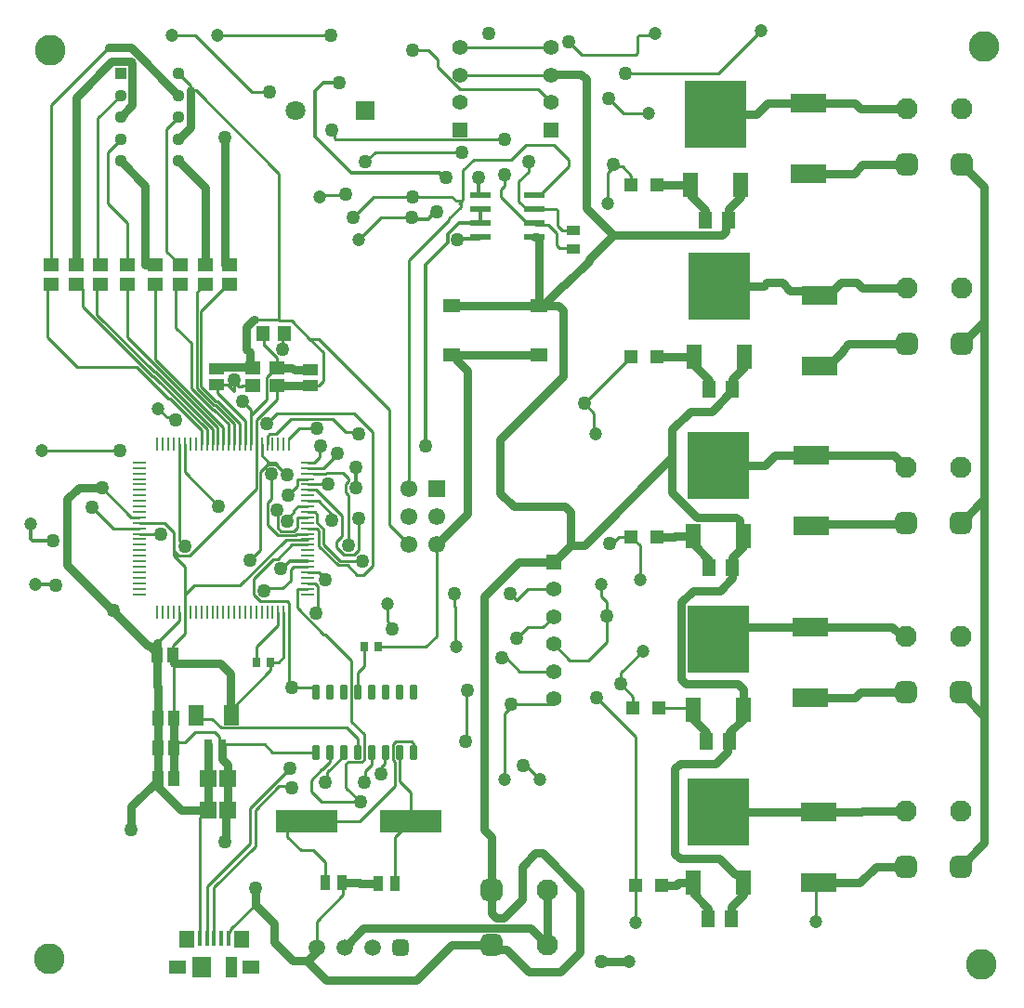
<source format=gbr>
G04*
G04 #@! TF.GenerationSoftware,Altium Limited,Altium Designer,24.6.1 (21)*
G04*
G04 Layer_Physical_Order=1*
G04 Layer_Color=255*
%FSLAX25Y25*%
%MOIN*%
G70*
G04*
G04 #@! TF.SameCoordinates,02B8DA6F-49FF-4BAE-8194-33363A00AC8D*
G04*
G04*
G04 #@! TF.FilePolarity,Positive*
G04*
G01*
G75*
%ADD15C,0.01000*%
%ADD16R,0.05500X0.09000*%
%ADD17R,0.22400X0.24300*%
%ADD18R,0.05315X0.07480*%
%ADD19R,0.04528X0.04528*%
%ADD20O,0.05118X0.00984*%
%ADD21O,0.00984X0.05118*%
%ADD22R,0.05151X0.03175*%
%ADD23R,0.07795X0.02087*%
%ADD24R,0.22047X0.08268*%
%ADD25R,0.03740X0.05315*%
%ADD26R,0.06496X0.05118*%
%ADD27R,0.07087X0.07480*%
%ADD28R,0.03937X0.07480*%
%ADD29R,0.05610X0.06102*%
%ADD30R,0.01772X0.05433*%
%ADD31R,0.05906X0.06102*%
%ADD32R,0.04152X0.05339*%
%ADD33R,0.02953X0.03543*%
G04:AMPARAMS|DCode=34|XSize=51.58mil|YSize=24.41mil|CornerRadius=3.05mil|HoleSize=0mil|Usage=FLASHONLY|Rotation=90.000|XOffset=0mil|YOffset=0mil|HoleType=Round|Shape=RoundedRectangle|*
%AMROUNDEDRECTD34*
21,1,0.05158,0.01831,0,0,90.0*
21,1,0.04547,0.02441,0,0,90.0*
1,1,0.00610,0.00915,0.02274*
1,1,0.00610,0.00915,-0.02274*
1,1,0.00610,-0.00915,-0.02274*
1,1,0.00610,-0.00915,0.02274*
%
%ADD34ROUNDEDRECTD34*%
%ADD35R,0.06102X0.05118*%
%ADD36R,0.05512X0.04724*%
%ADD37R,0.04724X0.05709*%
%ADD38R,0.05339X0.04152*%
%ADD39R,0.05709X0.04528*%
%ADD40R,0.04750X0.05938*%
%ADD41R,0.12598X0.06772*%
%ADD56C,0.05512*%
%ADD57R,0.05512X0.05512*%
%ADD61R,0.06102X0.06102*%
%ADD62C,0.06102*%
%ADD67C,0.04724*%
%ADD68C,0.01181*%
%ADD69C,0.03000*%
G04:AMPARAMS|DCode=70|XSize=76.77mil|YSize=76.77mil|CornerRadius=19.19mil|HoleSize=0mil|Usage=FLASHONLY|Rotation=90.000|XOffset=0mil|YOffset=0mil|HoleType=Round|Shape=RoundedRectangle|*
%AMROUNDEDRECTD70*
21,1,0.07677,0.03839,0,0,90.0*
21,1,0.03839,0.07677,0,0,90.0*
1,1,0.03839,0.01919,0.01919*
1,1,0.03839,0.01919,-0.01919*
1,1,0.03839,-0.01919,-0.01919*
1,1,0.03839,-0.01919,0.01919*
%
%ADD70ROUNDEDRECTD70*%
%ADD71C,0.07677*%
%ADD72R,0.07087X0.07087*%
%ADD73C,0.07087*%
%ADD74C,0.11000*%
%ADD75C,0.04370*%
%ADD76R,0.04370X0.04370*%
G04:AMPARAMS|DCode=77|XSize=76.77mil|YSize=76.77mil|CornerRadius=19.19mil|HoleSize=0mil|Usage=FLASHONLY|Rotation=0.000|XOffset=0mil|YOffset=0mil|HoleType=Round|Shape=RoundedRectangle|*
%AMROUNDEDRECTD77*
21,1,0.07677,0.03839,0,0,0.0*
21,1,0.03839,0.07677,0,0,0.0*
1,1,0.03839,0.01919,-0.01919*
1,1,0.03839,-0.01919,-0.01919*
1,1,0.03839,-0.01919,0.01919*
1,1,0.03839,0.01919,0.01919*
%
%ADD77ROUNDEDRECTD77*%
%ADD78C,0.05906*%
G04:AMPARAMS|DCode=79|XSize=59.06mil|YSize=59.06mil|CornerRadius=14.76mil|HoleSize=0mil|Usage=FLASHONLY|Rotation=0.000|XOffset=0mil|YOffset=0mil|HoleType=Round|Shape=RoundedRectangle|*
%AMROUNDEDRECTD79*
21,1,0.05906,0.02953,0,0,0.0*
21,1,0.02953,0.05906,0,0,0.0*
1,1,0.02953,0.01476,-0.01476*
1,1,0.02953,-0.01476,-0.01476*
1,1,0.02953,-0.01476,0.01476*
1,1,0.02953,0.01476,0.01476*
%
%ADD79ROUNDEDRECTD79*%
%ADD80C,0.05000*%
D15*
X485000Y386000D02*
X499000D01*
X471000D02*
X485000D01*
X501555Y383445D02*
X503000Y384891D01*
X498000Y377672D02*
Y378082D01*
X502109Y382191D01*
Y383891D01*
X483441Y363113D02*
X498000Y377672D01*
X483441Y281201D02*
Y363113D01*
X501555Y384445D02*
X502109Y383891D01*
X503000Y384891D02*
Y395500D01*
X499000Y386000D02*
X500555Y384445D01*
X501555D01*
X485000Y438500D02*
X490500D01*
X493765Y435235D01*
Y432581D02*
Y435235D01*
Y432581D02*
X501956Y424390D01*
X463500Y378500D02*
X471000Y386000D01*
X529925Y424390D02*
X534500Y419815D01*
X501956Y424390D02*
X529925D01*
X545500Y437000D02*
X565048D01*
X565634Y437586D02*
Y443414D01*
X565048Y437000D02*
X565634Y437586D01*
X502000Y439500D02*
X534500D01*
X533680Y429658D02*
X534500D01*
X502000D02*
X533680D01*
X520244Y399355D02*
X525605Y404716D01*
X535502D01*
X506855Y399355D02*
X520244D01*
X440622Y236882D02*
Y240378D01*
Y210878D02*
Y236882D01*
X540888Y396845D02*
Y399330D01*
X535502Y404716D02*
X540888Y399330D01*
X531559Y387516D02*
X540888Y396845D01*
X561100Y430200D02*
X594700D01*
X610048Y445548D01*
X519874Y243500D02*
X522274Y241100D01*
X500000Y239000D02*
Y243500D01*
X522274Y241100D02*
X526359Y245185D01*
X554500Y235500D02*
Y240670D01*
Y226100D02*
Y235500D01*
X535500Y225500D02*
X541374Y219626D01*
X531658Y231500D02*
X535500Y235343D01*
X526359Y245185D02*
X535500D01*
X526200Y231500D02*
X531658D01*
X522200Y227500D02*
X526200Y231500D01*
X523343Y215657D02*
X536499D01*
X518400Y220600D02*
X523343Y215657D01*
X415000Y444000D02*
X455500D01*
X528705Y381500D02*
X536414D01*
X525850D02*
X528705D01*
X438275Y331225D02*
Y336275D01*
X439000Y337000D01*
X406811Y444000D02*
X427311Y423500D01*
X398500Y444000D02*
X406811D01*
X427311Y423500D02*
X433500D01*
X468000Y398500D02*
X471500Y402000D01*
X502500D01*
X456000Y410000D02*
X456765Y409235D01*
X557000Y396418D02*
Y397500D01*
X555000Y383500D02*
Y394418D01*
X557000Y396418D01*
Y397500D02*
X557765Y396735D01*
X560239D01*
X563374Y390150D02*
Y393600D01*
X560239Y396735D02*
X563374Y393600D01*
X541000Y441500D02*
X545500Y437000D01*
X565634Y443414D02*
X566220Y444000D01*
X571500D01*
X572000Y444500D01*
X452000Y386500D02*
X460500D01*
X451500Y386000D02*
X452000Y386500D01*
X460500D02*
X461000Y387000D01*
X629500Y126000D02*
Y138882D01*
X630500Y139882D01*
X629414Y126086D02*
X629500Y126000D01*
X563374Y264000D02*
X566500Y260874D01*
Y248500D02*
Y260874D01*
X564874Y139000D02*
X565000Y138874D01*
Y125500D02*
Y138874D01*
X559700Y211500D02*
Y215200D01*
X567500Y223000D01*
X559400Y211200D02*
X559700Y211500D01*
X555382Y421100D02*
X560482Y416000D01*
X569500D01*
X550000Y301500D02*
Y308324D01*
X546524Y311800D02*
X550000Y308324D01*
Y301500D02*
X550500Y301000D01*
X476000Y233582D02*
Y240000D01*
X477500Y231000D02*
Y232082D01*
X476000Y233582D02*
X477500Y232082D01*
X500250Y224750D02*
X500500Y224500D01*
X500250Y224750D02*
Y238750D01*
X500000Y239000D02*
X500250Y238750D01*
X552500Y242670D02*
X554500Y240670D01*
X548026Y219626D02*
X554500Y226100D01*
X552500Y242670D02*
Y247000D01*
X504250Y190750D02*
Y208750D01*
X504000Y190500D02*
X504250Y190750D01*
Y208750D02*
X504500Y209000D01*
X524500Y182000D02*
X525500D01*
X530500Y177000D01*
X518000D02*
Y200521D01*
X520300Y202821D01*
Y203878D01*
X542500Y374000D02*
X543000Y374500D01*
X473500Y378500D02*
X484500D01*
X465500Y370500D02*
X473500Y378500D01*
X426843Y307510D02*
Y309657D01*
Y297118D02*
Y307510D01*
X424000Y312500D02*
X426843Y309657D01*
X414500Y318643D02*
X414848Y318295D01*
Y315652D02*
X424874Y305626D01*
Y297118D02*
Y305626D01*
X414848Y315652D02*
Y318295D01*
X414500Y318643D02*
X418689D01*
X414961Y312660D02*
X422906Y304716D01*
X414340Y311160D02*
X420937Y304563D01*
X418969Y297118D02*
Y304410D01*
X409000Y317983D02*
X414323Y312660D01*
X409000Y317983D02*
Y344835D01*
X407500Y317361D02*
Y351791D01*
X414323Y312660D02*
X414961D01*
X413719Y309660D02*
X418969Y304410D01*
X407500Y317361D02*
X413701Y311160D01*
X414340D01*
X420937Y297118D02*
Y304563D01*
X422906Y297118D02*
Y304716D01*
X426843Y307510D02*
X432500Y313167D01*
X405500Y317240D02*
Y333427D01*
Y317240D02*
X413080Y309660D01*
X413719D01*
X403220Y287080D02*
X415375Y274925D01*
X352000Y295000D02*
X380000D01*
X394508Y308992D02*
Y310000D01*
Y308992D02*
X396735Y306765D01*
X399235D02*
X400000Y306000D01*
X396735Y306765D02*
X399235D01*
X393500Y310000D02*
X394508D01*
X413063Y297118D02*
Y302680D01*
X411094Y297118D02*
Y302527D01*
X409126Y297118D02*
Y302374D01*
X386000Y325000D02*
X397313Y313687D01*
X397813D01*
X409126Y302374D01*
X391989Y321633D02*
X411094Y302527D01*
X391489Y321633D02*
X391989D01*
X366480Y346641D02*
X391489Y321633D01*
X371657Y343585D02*
X392110Y323133D01*
X392610D01*
X413063Y302680D01*
X418689Y318643D02*
X421000Y316331D01*
X382567Y335554D02*
X415032Y303090D01*
X392689Y327554D02*
X417000Y303243D01*
X447118Y267000D02*
X450400D01*
X467200Y250200D02*
X470400Y253400D01*
X451586Y292486D02*
Y296068D01*
X450043Y247307D02*
X451000Y246350D01*
X447118Y247315D02*
X447126Y247307D01*
X447118Y280780D02*
X450220D01*
X436400Y267200D02*
X437545Y266055D01*
X436400Y267200D02*
Y273615D01*
X436301Y273714D02*
X436400Y273615D01*
X373437Y281500D02*
X383992Y270945D01*
X442360Y273460D02*
X443774Y274874D01*
X439900Y269555D02*
Y270293D01*
X401244Y233744D02*
Y236874D01*
X393285Y225785D02*
X401244Y233744D01*
X438220Y245500D02*
X441088Y248368D01*
X433582Y245500D02*
X438220D01*
X431525Y244525D02*
X432608D01*
X453658Y248642D02*
Y248771D01*
X447118Y251252D02*
X451177D01*
X453658Y248771D01*
X432801Y268333D02*
X436579Y264555D01*
X442907D02*
X443384Y265032D01*
X364500Y325000D02*
X386000D01*
X433961Y219000D02*
X436854D01*
X408083Y352374D02*
Y352791D01*
X443500Y245346D02*
X447118D01*
X409846Y354555D02*
X410437D01*
X443500Y238479D02*
Y245346D01*
X447118Y282748D02*
X447126Y282756D01*
X403220Y229100D02*
Y236882D01*
X461000Y282950D02*
X462000Y283950D01*
Y284800D01*
X453876Y286748D02*
X460052D01*
X443500Y282300D02*
Y284717D01*
X462000Y261000D02*
Y279050D01*
X440200Y279000D02*
X443500Y282300D01*
X459000Y255300D02*
X466900D01*
X452978Y261322D02*
X459000Y255300D01*
X450700Y269000D02*
Y272000D01*
X440622Y210878D02*
X441500Y210000D01*
X435937Y324650D02*
X436331D01*
X432500Y313167D02*
Y321212D01*
X354000Y335500D02*
X364500Y325000D01*
X449794Y272906D02*
X450700Y272000D01*
X386882Y265032D02*
X394435D01*
X461455Y253800D02*
X465055Y250200D01*
X450700Y269000D02*
X452978Y266722D01*
X438654Y220800D02*
Y236882D01*
X432400Y304400D02*
X436258Y308258D01*
X436331Y313331D02*
Y318350D01*
X458200Y253800D02*
X461455D01*
X436854Y219000D02*
X438654Y220800D01*
X464000Y257500D02*
X465700Y259200D01*
X403220Y243200D02*
X406420Y246400D01*
X457600Y260271D02*
X460371Y257500D01*
X386882Y268969D02*
X395931D01*
X366480Y346641D02*
Y352791D01*
X443384Y265032D02*
X447118D01*
X459400Y264124D02*
Y271600D01*
X371657Y343585D02*
Y353212D01*
X439555Y263055D02*
X447110D01*
X401252Y262448D02*
Y297118D01*
X436579Y264555D02*
X442907D01*
X400000Y352992D02*
X401563Y354555D01*
X465700Y259200D02*
Y270400D01*
X453460Y229040D02*
X462900Y219600D01*
X422900Y246400D02*
X439555Y263055D01*
X432801Y276076D02*
X434300Y277575D01*
X364126Y354555D02*
X364717D01*
X449722Y290622D02*
X451586Y292486D01*
X408083Y352791D02*
X409846Y354555D01*
X450400Y267000D02*
X451300Y266100D01*
X407500Y351791D02*
X408083Y352374D01*
X443400Y270937D02*
X447118D01*
X443400Y267169D02*
Y270937D01*
X442286Y266055D02*
X443400Y267169D01*
X453813Y286685D02*
X453876Y286748D01*
X437545Y266055D02*
X442286D01*
X399200Y258898D02*
Y265700D01*
X383992Y270945D02*
X386874D01*
X400000Y338927D02*
X405500Y333427D01*
X451586Y296068D02*
X452004Y296486D01*
X364717Y354555D02*
X366480Y352791D01*
X451057Y276843D02*
X455900Y272000D01*
X399000Y221500D02*
Y224880D01*
X404800Y257100D02*
X428811Y281111D01*
X465055Y250200D02*
X467200D01*
X447118Y290622D02*
X449722D01*
X463842Y308258D02*
X470400Y301700D01*
X400998Y257100D02*
X404800D01*
X418720Y354555D02*
X419311D01*
X447126Y247307D02*
X450043D01*
X428811Y305811D02*
X436331Y313331D01*
X447126Y282756D02*
X454256D01*
X447118Y272906D02*
X449794D01*
X409000Y344835D02*
X418720Y354555D01*
X428811Y297118D02*
Y305811D01*
X461000Y280050D02*
Y282950D01*
Y280050D02*
X462000Y279050D01*
X395931Y268969D02*
X399200Y265700D01*
X436685Y232185D02*
Y236882D01*
X460371Y257500D02*
X464000D01*
X452978Y261322D02*
Y266722D01*
X432801Y268333D02*
Y276076D01*
X433344Y290656D02*
X435644D01*
X457600Y262324D02*
X459400Y264124D01*
X401244Y236874D02*
X401252Y236882D01*
X415032Y297118D02*
Y303090D01*
X442360Y272752D02*
Y273460D01*
X377500Y267000D02*
X386882D01*
X430780Y293220D02*
Y297118D01*
X443774Y274874D02*
X447118D01*
X442144Y253220D02*
X447118D01*
X451300Y260700D02*
X458200Y253800D01*
X392689Y327554D02*
Y354555D01*
X354000Y335500D02*
Y353303D01*
X430780Y293220D02*
X433344Y290656D01*
X450220Y280780D02*
X459400Y271600D01*
X439900Y270293D02*
X442360Y272752D01*
X452940Y229040D02*
X453460D01*
X441088Y248368D02*
Y252165D01*
X456254Y306258D02*
X461000Y301512D01*
X429039Y219000D02*
Y224539D01*
X447118Y288654D02*
X452954D01*
X428811Y281111D02*
Y297118D01*
X447110Y261087D02*
X447118Y261094D01*
X417000Y297118D02*
Y303243D01*
X458000Y293700D02*
Y294050D01*
X406420Y246400D02*
X422900D01*
X399000Y224880D02*
X403220Y229100D01*
X461000Y301512D02*
X464988D01*
X432500Y321212D02*
X435937Y324650D01*
X401252Y262448D02*
X403100Y260600D01*
X444210Y302758D02*
X450500D01*
X457600Y260271D02*
Y262324D01*
X371657Y353212D02*
X373000Y354555D01*
X432608Y244525D02*
X433582Y245500D01*
X433596Y300848D02*
X435811D01*
X386874Y270945D02*
X386882Y270937D01*
X439975Y241025D02*
X440622Y240378D01*
X443500Y284717D02*
X447118D01*
X460052Y286748D02*
X462000Y284800D01*
X428025Y249025D02*
X435000Y256000D01*
X434300Y277575D02*
Y286400D01*
X435000Y256000D02*
X436500D01*
X441088Y252165D02*
X442144Y253220D01*
X429039Y224539D02*
X436685Y232185D01*
X435644Y290656D02*
X436075Y290225D01*
X436258Y308258D02*
X463842D01*
X436500Y256000D02*
X441586Y261087D01*
X452954Y288654D02*
X458000Y293700D01*
X449177Y286685D02*
X453813D01*
X399200Y258898D02*
X400998Y257100D01*
X428025Y243075D02*
X430075Y241025D01*
X432748Y300000D02*
X433596Y300848D01*
X464988Y301512D02*
X465500Y301000D01*
X382567Y335554D02*
Y354555D01*
X451300Y260700D02*
Y266100D01*
X441586Y261087D02*
X447110D01*
X370000Y274500D02*
X377500Y267000D01*
X432748Y297118D02*
Y300000D01*
X447118Y276843D02*
X451057D01*
X430075Y241025D02*
X439975D01*
X447110Y263055D02*
X447118Y263063D01*
X443500Y238479D02*
X452940Y229040D01*
X354000Y353303D02*
X355252Y354555D01*
X440630Y299177D02*
X444210Y302758D01*
X455900Y269900D02*
Y272000D01*
X400000Y338927D02*
Y352992D01*
X428025Y243075D02*
Y249025D01*
X454256Y282756D02*
X454500Y283000D01*
X435811Y300848D02*
X441221Y306258D01*
X456254D01*
X470400Y253400D02*
Y301700D01*
X403220Y236882D02*
Y243200D01*
Y287080D02*
Y297118D01*
X476390Y268252D02*
Y309712D01*
X448000Y334902D02*
X452800Y330102D01*
Y319723D02*
Y330102D01*
X451200Y318123D02*
X452800Y319723D01*
X448059Y318123D02*
X451200D01*
Y334902D02*
X476390Y309712D01*
X448000Y334902D02*
X451200D01*
X441402Y341500D02*
X448000Y334902D01*
X436980Y341500D02*
X441402D01*
X476390Y268252D02*
X483441Y261201D01*
X423850Y318350D02*
X427669D01*
X423414Y317914D02*
X423850Y318350D01*
X422586Y317914D02*
X423414D01*
X421000Y319500D02*
X422586Y317914D01*
X403220Y243200D02*
Y253080D01*
X451000Y237200D02*
Y246350D01*
X493441Y228341D02*
Y261201D01*
X431980Y332547D02*
X436331Y328196D01*
X431487Y332547D02*
X431980D01*
X431487D02*
Y336639D01*
X426500Y255500D02*
X430311Y259311D01*
X421000Y316331D02*
Y319500D01*
Y320357D01*
X436980Y341500D02*
Y394201D01*
X431126Y337000D02*
X431487Y336639D01*
X436331Y324650D02*
Y328196D01*
X428171Y341916D02*
X436980D01*
X439469Y286181D02*
X439900D01*
X435750Y289900D02*
X439469Y286181D01*
X503000Y395500D02*
X506855Y399355D01*
X516500Y388634D02*
X517866Y390000D01*
X516500Y385850D02*
Y388634D01*
X517866Y393866D02*
X518000Y394000D01*
X517866Y390000D02*
Y393866D01*
X531559Y387413D02*
Y387516D01*
X530646Y386500D02*
X531559Y387413D01*
X528705Y386500D02*
X530646D01*
X526500Y395000D02*
Y398500D01*
X523000Y384350D02*
X525850Y381500D01*
X523000Y391500D02*
X526500Y395000D01*
X523000Y384350D02*
Y391500D01*
X457086Y406500D02*
X518000D01*
X525850Y376500D02*
X528705D01*
X516500Y385850D02*
X525850Y376500D01*
X456765Y406820D02*
Y409235D01*
Y406820D02*
X457086Y406500D01*
X399200Y257100D02*
Y258898D01*
Y257100D02*
X403220Y253080D01*
X450364Y236564D02*
X451000Y237200D01*
X536500Y368500D02*
Y373000D01*
X528705Y376500D02*
X529248Y375957D01*
X536500Y368500D02*
X537500Y367500D01*
X529248Y375957D02*
X533543D01*
X537500Y367500D02*
X542300D01*
X533543Y375957D02*
X536500Y373000D01*
X536414Y381500D02*
X537000Y380914D01*
Y375500D02*
Y380914D01*
Y375500D02*
X538500Y374000D01*
X542300Y367500D02*
X542500Y367300D01*
X538500Y374000D02*
X542500D01*
X355300Y361445D02*
Y418800D01*
X375900Y439400D01*
X473500Y179000D02*
Y181082D01*
X475012Y182595D01*
Y186508D02*
X475177Y186673D01*
X475012Y182595D02*
Y186508D01*
X466000Y162000D02*
X478500Y174500D01*
X480177Y176324D02*
Y186673D01*
Y176324D02*
X484201Y172300D01*
X477957Y183859D02*
X478500Y183316D01*
X477957Y183859D02*
Y189487D01*
X478500Y174500D02*
Y183316D01*
X478869Y190400D02*
X484410D01*
X441500Y210000D02*
X449457D01*
X450177Y208327D02*
Y209279D01*
X449457Y210000D02*
X450177Y209279D01*
X430311Y259311D02*
Y287361D01*
X432850Y289900D01*
X435750D01*
X428500Y166000D02*
X437000Y174500D01*
X441000D01*
X441500Y174000D01*
X426500Y166500D02*
X441000Y181000D01*
X428500Y153000D02*
Y166000D01*
X434627Y186673D02*
X450177D01*
X431800Y189500D02*
X434627Y186673D01*
X452275Y168725D02*
X466225D01*
X448500Y172500D02*
X452275Y168725D01*
X448500Y172500D02*
Y176657D01*
X452260Y180417D01*
X452417D01*
X455177Y183177D01*
Y186673D01*
X461728Y183095D02*
X466633D01*
X461047Y182414D02*
X461728Y183095D01*
X454265Y176765D02*
Y179403D01*
X453500Y176000D02*
X454265Y176765D01*
Y179403D02*
X460177Y185315D01*
X459405Y140000D02*
X460000Y139405D01*
Y135500D02*
Y139405D01*
X450500Y126000D02*
X460000Y135500D01*
X450500Y116681D02*
Y126000D01*
X401500Y361445D02*
X401563D01*
X396700Y366245D02*
X401500Y361445D01*
X477957Y189487D02*
X478869Y190400D01*
X468000Y176500D02*
Y180000D01*
X470177Y182177D01*
Y186673D01*
X411413Y165902D02*
Y166000D01*
X408594Y163083D02*
X411413Y165902D01*
X419500Y200000D02*
Y201700D01*
X407689Y198700D02*
Y200000D01*
X412900Y198700D02*
X416200Y195400D01*
X407689Y198700D02*
X412900D01*
X415624Y190297D02*
Y192072D01*
X413809Y193887D02*
X415624Y192072D01*
Y190297D02*
X416421Y189500D01*
X399283Y199000D02*
Y210017D01*
X460177Y185315D02*
Y186673D01*
X416421Y189500D02*
X431800D01*
X416200Y195400D02*
X461377D01*
X403374Y190374D02*
X406887Y193887D01*
X413809D01*
X444800Y151400D02*
X449300D01*
X446799Y162000D02*
X466000D01*
X439900Y156300D02*
Y162000D01*
X446799D01*
X439900Y156300D02*
X444800Y151400D01*
X426500Y154000D02*
Y166500D01*
X461377Y195400D02*
X465177Y191600D01*
Y186673D02*
Y191600D01*
X462900Y197600D02*
X467400Y193100D01*
Y183861D02*
Y193100D01*
X466633Y183095D02*
X467400Y183861D01*
X399283Y188205D02*
Y188798D01*
X400859Y190374D01*
X403374D01*
X461047Y173902D02*
Y182414D01*
Y173902D02*
X466225Y168725D01*
X467500Y176000D02*
X468000Y176500D01*
X396700Y410267D02*
X400933Y414500D01*
X405200Y424100D02*
X407081D01*
X400933Y430248D02*
X405200Y425981D01*
Y424100D02*
Y425981D01*
X556664Y261718D02*
X558946Y264000D01*
X555582Y261718D02*
X556664D01*
X550900Y206100D02*
X564874Y192126D01*
X520300Y203878D02*
X536000D01*
X541374Y219626D02*
X548026D01*
X516800Y220600D02*
X518400D01*
X478453Y139500D02*
Y156252D01*
X449300Y151400D02*
X453500Y147200D01*
Y140000D02*
Y147200D01*
X465177Y215200D02*
X467579Y217602D01*
X465177Y208327D02*
Y215200D01*
X478453Y156252D02*
X484201Y162000D01*
X485177Y186673D02*
Y189633D01*
X484410Y190400D02*
X485177Y189633D01*
X484201Y162000D02*
Y172300D01*
X489600Y224500D02*
X493441Y228341D01*
X462900Y197600D02*
Y219600D01*
X467579Y217602D02*
Y224500D01*
X472500D02*
X489600D01*
X433961Y216161D02*
Y219000D01*
X419500Y201700D02*
X433961Y216161D01*
X399000Y221500D02*
X399077Y218400D01*
X399283Y210017D01*
X418831Y119972D02*
Y121803D01*
X411154Y138654D02*
X426500Y154000D01*
X413713Y119972D02*
Y138213D01*
X428500Y153000D01*
X411154Y119972D02*
Y138654D01*
X408594Y119972D02*
Y163083D01*
X419701Y122673D02*
Y123103D01*
X418831Y121803D02*
X419701Y122673D01*
Y123103D02*
X428500Y131902D01*
X371900Y361445D02*
X373000D01*
X375400Y401959D02*
X380067Y406626D01*
X375400Y383600D02*
Y401959D01*
X371900Y361445D02*
Y414207D01*
X375400Y383600D02*
X382567Y376433D01*
X371900Y414207D02*
X380067Y422374D01*
X407081Y424100D02*
X436980Y394201D01*
X382567Y361445D02*
Y376433D01*
X546524Y311800D02*
X563374Y328650D01*
X396700Y366245D02*
Y410267D01*
X558946Y264000D02*
X563374D01*
X573252Y202500D02*
X585500D01*
X559400Y211200D02*
X564000Y206600D01*
Y202500D02*
Y206600D01*
X564874Y139000D02*
Y192126D01*
X585500Y202008D02*
Y202500D01*
D16*
X603500Y202008D02*
D03*
X585500D02*
D03*
Y139768D02*
D03*
X603500D02*
D03*
X585500Y264150D02*
D03*
X603500D02*
D03*
X586037Y328650D02*
D03*
X604037D02*
D03*
X584537Y390150D02*
D03*
X602537D02*
D03*
D17*
X594500Y227358D02*
D03*
Y165118D02*
D03*
Y289500D02*
D03*
X595037Y354000D02*
D03*
X593537Y415500D02*
D03*
D18*
X419894Y200000D02*
D03*
X407295D02*
D03*
D19*
X572626Y390150D02*
D03*
X563374D02*
D03*
X564000Y202500D02*
D03*
X573252D02*
D03*
X564874Y139000D02*
D03*
X574126D02*
D03*
X563374Y328650D02*
D03*
X572626D02*
D03*
Y264000D02*
D03*
X563374D02*
D03*
D20*
X447118Y243378D02*
D03*
Y245346D02*
D03*
Y247315D02*
D03*
Y249283D02*
D03*
Y251252D02*
D03*
Y253220D02*
D03*
Y255189D02*
D03*
Y257157D02*
D03*
Y259126D02*
D03*
Y261094D02*
D03*
Y263063D02*
D03*
Y265032D02*
D03*
Y267000D02*
D03*
Y268969D02*
D03*
Y270937D02*
D03*
Y272906D02*
D03*
Y274874D02*
D03*
Y276843D02*
D03*
Y278811D02*
D03*
Y280780D02*
D03*
Y282748D02*
D03*
Y284717D02*
D03*
Y286685D02*
D03*
Y288654D02*
D03*
Y290622D02*
D03*
X386882D02*
D03*
Y288654D02*
D03*
Y286685D02*
D03*
Y284717D02*
D03*
Y282748D02*
D03*
Y280780D02*
D03*
Y278811D02*
D03*
Y276843D02*
D03*
Y274874D02*
D03*
Y272906D02*
D03*
Y270937D02*
D03*
Y268969D02*
D03*
Y267000D02*
D03*
Y265032D02*
D03*
Y263063D02*
D03*
Y261094D02*
D03*
Y259126D02*
D03*
Y257157D02*
D03*
Y255189D02*
D03*
Y253220D02*
D03*
Y251252D02*
D03*
Y249283D02*
D03*
Y247315D02*
D03*
Y245346D02*
D03*
Y243378D02*
D03*
D21*
X440622Y297118D02*
D03*
X438654D02*
D03*
X436685D02*
D03*
X434717D02*
D03*
X432748D02*
D03*
X430780D02*
D03*
X428811D02*
D03*
X426843D02*
D03*
X424874D02*
D03*
X422906D02*
D03*
X420937D02*
D03*
X418969D02*
D03*
X417000D02*
D03*
X415032D02*
D03*
X413063D02*
D03*
X411094D02*
D03*
X409126D02*
D03*
X407157D02*
D03*
X405189D02*
D03*
X403220D02*
D03*
X401252D02*
D03*
X399283D02*
D03*
X397315D02*
D03*
X395346D02*
D03*
X393378D02*
D03*
Y236882D02*
D03*
X395346D02*
D03*
X397315D02*
D03*
X399283D02*
D03*
X401252D02*
D03*
X403220D02*
D03*
X405189D02*
D03*
X407157D02*
D03*
X409126D02*
D03*
X411094D02*
D03*
X413063D02*
D03*
X415032D02*
D03*
X417000D02*
D03*
X418969D02*
D03*
X420937D02*
D03*
X422906D02*
D03*
X424874D02*
D03*
X426843D02*
D03*
X428811D02*
D03*
X430780D02*
D03*
X432748D02*
D03*
X434717D02*
D03*
X436685D02*
D03*
X438654D02*
D03*
X440622D02*
D03*
D22*
X542500Y374000D02*
D03*
Y367300D02*
D03*
D23*
X528705Y386500D02*
D03*
Y381500D02*
D03*
Y376500D02*
D03*
Y371500D02*
D03*
X509295D02*
D03*
Y376500D02*
D03*
Y381500D02*
D03*
Y386500D02*
D03*
D24*
X484201Y162000D02*
D03*
X446799D02*
D03*
D25*
X453500Y140000D02*
D03*
X459405D02*
D03*
X478453Y139500D02*
D03*
X472547D02*
D03*
D26*
X400425Y109500D02*
D03*
X427000D02*
D03*
D27*
X409185D02*
D03*
D28*
X419815D02*
D03*
D29*
X403919Y119638D02*
D03*
X423506D02*
D03*
D30*
X408594Y119972D02*
D03*
X411154D02*
D03*
X413713D02*
D03*
X416272D02*
D03*
X418831D02*
D03*
D31*
X411413Y166000D02*
D03*
X418500D02*
D03*
X411413Y177236D02*
D03*
X418500D02*
D03*
D32*
X399283Y188205D02*
D03*
X393569D02*
D03*
X399283Y199000D02*
D03*
X393569D02*
D03*
X399000Y221500D02*
D03*
X393285D02*
D03*
X399283Y177236D02*
D03*
X393569D02*
D03*
D33*
X433961Y219000D02*
D03*
X429039D02*
D03*
X472500Y224500D02*
D03*
X467579D02*
D03*
X416421Y189500D02*
D03*
X411500D02*
D03*
D34*
X450177Y208327D02*
D03*
X455177D02*
D03*
X485177Y186673D02*
D03*
X480177Y208327D02*
D03*
Y186673D02*
D03*
X470177D02*
D03*
X485177Y208327D02*
D03*
X475177Y186673D02*
D03*
Y208327D02*
D03*
X470177D02*
D03*
X460177D02*
D03*
X465177Y186673D02*
D03*
X460177D02*
D03*
X450177D02*
D03*
X465177Y208327D02*
D03*
X455177Y186673D02*
D03*
D35*
X530150Y329142D02*
D03*
X498850D02*
D03*
X530150Y346858D02*
D03*
X498850D02*
D03*
D36*
X436331Y324650D02*
D03*
X427669D02*
D03*
Y318350D02*
D03*
X436331D02*
D03*
D37*
X439000Y337000D02*
D03*
X431126D02*
D03*
D38*
X448059Y323838D02*
D03*
Y318123D02*
D03*
X414500Y318643D02*
D03*
Y324357D02*
D03*
D39*
X410437Y354555D02*
D03*
Y361445D02*
D03*
X419311Y354555D02*
D03*
Y361445D02*
D03*
X401563Y354555D02*
D03*
Y361445D02*
D03*
X355252Y354555D02*
D03*
Y361445D02*
D03*
X364126Y354555D02*
D03*
Y361445D02*
D03*
X373000Y354555D02*
D03*
Y361445D02*
D03*
X382567Y354555D02*
D03*
Y361445D02*
D03*
X392689Y354555D02*
D03*
Y361445D02*
D03*
D40*
X598637Y190500D02*
D03*
X590363D02*
D03*
X599637Y253000D02*
D03*
X591363D02*
D03*
X598174Y377500D02*
D03*
X589899D02*
D03*
X599137Y127000D02*
D03*
X590863D02*
D03*
X591363Y317000D02*
D03*
X599637D02*
D03*
D41*
X627037Y394382D02*
D03*
Y419618D02*
D03*
X627500Y206382D02*
D03*
Y231618D02*
D03*
X630500Y139882D02*
D03*
Y165118D02*
D03*
X628000Y293118D02*
D03*
Y267882D02*
D03*
X631000Y350500D02*
D03*
Y325264D02*
D03*
D56*
X534500Y439500D02*
D03*
Y429658D02*
D03*
Y419815D02*
D03*
X502000Y439500D02*
D03*
Y429658D02*
D03*
Y419815D02*
D03*
X535500Y205815D02*
D03*
Y215657D02*
D03*
Y225500D02*
D03*
Y235343D02*
D03*
Y245185D02*
D03*
D57*
X534500Y409972D02*
D03*
X502000D02*
D03*
X535500Y255028D02*
D03*
D61*
X493441Y281201D02*
D03*
D62*
Y271201D02*
D03*
Y261201D02*
D03*
X483441Y281201D02*
D03*
Y271201D02*
D03*
Y261201D02*
D03*
D67*
X572000Y444500D02*
D03*
X629500Y126000D02*
D03*
X566500Y248500D02*
D03*
X567500Y223000D02*
D03*
X565000Y125500D02*
D03*
X555000Y383500D02*
D03*
X550500Y301000D02*
D03*
X518000Y177000D02*
D03*
X530500D02*
D03*
X552500Y247000D02*
D03*
X451500Y386000D02*
D03*
X610000Y445500D02*
D03*
X476000Y240000D02*
D03*
X500500Y224500D02*
D03*
X569500Y416000D02*
D03*
X393500Y310000D02*
D03*
X352000Y295000D02*
D03*
X562500Y111500D02*
D03*
X415000Y444000D02*
D03*
X398500D02*
D03*
X348000Y268500D02*
D03*
X465500Y370500D02*
D03*
X349500Y247000D02*
D03*
D68*
X463000Y394500D02*
X494467D01*
X450000Y407500D02*
X463000Y394500D01*
X489500Y296500D02*
Y361500D01*
X497409Y369409D01*
Y372410D02*
X501500Y376500D01*
X497409Y369409D02*
Y372410D01*
X501500Y376500D02*
X509295D01*
X492967Y380500D02*
X493541D01*
X494467Y394500D02*
X495967Y393000D01*
X497000D01*
X450000Y407500D02*
Y424000D01*
X453000Y427000D01*
X458500D01*
X347857Y263192D02*
Y268357D01*
Y263192D02*
X348549Y262500D01*
X356000D01*
X347857Y268357D02*
X348000Y268500D01*
X356750Y246750D02*
X357000Y246500D01*
X349750Y246750D02*
X356750D01*
X349500Y247000D02*
X349750Y246750D01*
X438163Y252500D02*
X440852Y255189D01*
X447118D01*
X437500Y252500D02*
X438163D01*
X464500Y281500D02*
Y289000D01*
X484500Y378500D02*
X485000Y378000D01*
X490467D01*
X492967Y380500D01*
X508843Y371047D02*
X509295Y371500D01*
X501547Y371047D02*
X508843D01*
X501000Y370500D02*
X501547Y371047D01*
X508500Y386953D02*
X508953Y386500D01*
X508500Y386953D02*
Y393000D01*
X508953Y386500D02*
X509295D01*
Y376500D02*
Y381500D01*
D69*
X547138Y381862D02*
Y428221D01*
X534000Y429978D02*
X545380D01*
X533680Y429658D02*
X534000Y429978D01*
X545380D02*
X547138Y428221D01*
X530150Y346858D02*
X537243D01*
X393285Y221500D02*
Y222094D01*
Y210383D02*
Y221500D01*
X393569Y174231D02*
Y176643D01*
X516362Y279638D02*
Y298862D01*
X539000Y321500D01*
X510500Y159000D02*
Y242500D01*
X523028Y255028D01*
X535500D01*
X541457Y260984D02*
Y272987D01*
X535500Y255028D02*
X541457Y260984D01*
X539699Y274744D02*
X541457Y272987D01*
X546484Y260984D02*
X578000Y292500D01*
X521256Y274744D02*
X539699D01*
X541457Y260984D02*
X546484D01*
X547138Y381862D02*
X556800Y372200D01*
X572626Y390150D02*
X584537D01*
X516362Y279638D02*
X521256Y274744D01*
X532517Y347917D02*
X532645D01*
X510500Y159000D02*
X513276Y156224D01*
Y137327D02*
Y156224D01*
X617523Y355118D02*
X620255Y352386D01*
X629114D01*
X631000Y350500D01*
X612018Y355118D02*
X617523D01*
X610900Y354000D02*
X612018Y355118D01*
X595037Y354000D02*
X610900D01*
X639183Y331008D02*
X641305Y333129D01*
X639183Y330533D02*
Y331008D01*
X633913Y325264D02*
X639183Y330533D01*
X631000Y325264D02*
X633913D01*
X641305Y333129D02*
X662345D01*
X638532Y355118D02*
X644100D01*
X633913Y350500D02*
X638532Y355118D01*
X631000Y350500D02*
X633913D01*
X646089Y353129D02*
X662345D01*
X644100Y355118D02*
X646089Y353129D01*
X552500Y111500D02*
X562500D01*
X690000Y199623D02*
Y279000D01*
X681493Y145629D02*
X690000Y154136D01*
X627500Y206382D02*
X643700D01*
X645448Y208129D01*
X661808D01*
X681493D02*
X690000Y199623D01*
Y154136D02*
Y199623D01*
X645382Y139882D02*
X651129Y145629D01*
X661808D01*
X630500Y139882D02*
X645382D01*
X690000Y279000D02*
Y341099D01*
Y277412D02*
Y279000D01*
X681493Y268905D02*
X690000Y277412D01*
X657595Y293118D02*
X661808Y288905D01*
X628000Y293118D02*
X657595D01*
X614918D02*
X628000D01*
X504500Y272260D02*
Y323492D01*
X442512Y323838D02*
X448059D01*
X441700Y324650D02*
X442512Y323838D01*
X436331Y324650D02*
X441700D01*
X539000Y321500D02*
Y345101D01*
X493441Y261201D02*
X504500Y272260D01*
X415000Y324857D02*
X427461D01*
X414500Y324357D02*
X415000Y324857D01*
X682030Y333129D02*
X690000Y341099D01*
X425263Y331219D02*
Y339182D01*
Y331219D02*
X426413Y330068D01*
Y325512D02*
Y330068D01*
X690000Y341099D02*
Y389435D01*
X628512Y268393D02*
X661297D01*
X361000Y253815D02*
Y277414D01*
Y253815D02*
X377315Y237500D01*
X393569Y176643D02*
Y177236D01*
X427461Y324857D02*
X427669Y324650D01*
X399283Y188205D02*
Y199000D01*
X427997Y341916D02*
X428171D01*
X425263Y339182D02*
X427997Y341916D01*
X426413Y325512D02*
X427276Y324650D01*
X530150Y346858D02*
Y371043D01*
X529693Y371500D02*
X530150Y371043D01*
X528705Y371500D02*
X529693D01*
X548071Y363471D02*
X556800Y372200D01*
X548071Y362880D02*
Y363471D01*
X539342Y354151D02*
X548071Y362880D01*
X538878Y354151D02*
X539342D01*
X532645Y347917D02*
X538878Y354151D01*
X375900Y439400D02*
X383907D01*
X377009Y434509D02*
X383791D01*
X364100Y421600D02*
X377009Y434509D01*
X364100Y361445D02*
Y421600D01*
X384300Y418733D02*
Y434000D01*
X383791Y434509D02*
X384300Y434000D01*
X364100Y361445D02*
X364126D01*
X393285Y222094D02*
Y225785D01*
X365086Y281500D02*
X373437D01*
X361000Y277414D02*
X365086Y281500D01*
X390430Y224948D02*
X393285Y222094D01*
X377500Y237315D02*
X389866Y224948D01*
X390430D01*
X377500Y237315D02*
Y237500D01*
X377315D02*
X377500D01*
X579000Y150257D02*
X580757Y148500D01*
X579000Y150257D02*
Y180743D01*
X580757Y148500D02*
X594768D01*
X597762Y189625D02*
X598637Y190500D01*
X597762Y186762D02*
Y189625D01*
X580757Y182500D02*
X593500D01*
X597762Y186762D01*
X498850Y329142D02*
X500402D01*
X499342D02*
X500402Y328083D01*
Y327591D02*
X504500Y323492D01*
X500402Y327591D02*
Y328083D01*
X498850Y346858D02*
X530150D01*
X556800Y372200D02*
X595974D01*
X537243Y346858D02*
X539000Y345101D01*
X384000Y167074D02*
X393569Y176643D01*
X384000Y159000D02*
Y167074D01*
X417500Y361445D02*
X419311D01*
X388900D02*
X392689D01*
X411500Y183387D02*
Y189500D01*
X418500Y166000D02*
Y177236D01*
X411413Y166000D02*
Y177236D01*
X418500D02*
Y182300D01*
X416421Y184379D02*
X418500Y182300D01*
X416421Y184379D02*
Y189500D01*
X411413Y183300D02*
X411500Y183387D01*
X417883Y165383D02*
X418500Y166000D01*
X411413Y177236D02*
Y183300D01*
X417883Y154883D02*
Y165383D01*
X417500Y154500D02*
X417883Y154883D01*
X401800Y166000D02*
X411413D01*
X393569Y177236D02*
Y188205D01*
Y199000D01*
X393285Y210383D02*
X393569Y210100D01*
Y199000D02*
Y210100D01*
Y174231D02*
X401800Y166000D01*
X399283Y177236D02*
Y188205D01*
X442227Y318123D02*
X448059D01*
X442000Y318350D02*
X442227Y318123D01*
X436331Y318350D02*
X442000D01*
X527322Y123480D02*
X533160Y117642D01*
X533276D02*
Y137327D01*
X529007Y150507D02*
X531493D01*
X533160Y117642D02*
X533276D01*
X524188Y145688D02*
X529007Y150507D01*
X524188Y133900D02*
Y145688D01*
X531493Y150507D02*
X545000Y137000D01*
Y115000D02*
Y137000D01*
X513276Y128988D02*
Y137327D01*
Y128988D02*
X515033Y127231D01*
X517518D01*
X524188Y133900D01*
X513276Y117642D02*
X514943Y115975D01*
X518525D01*
X383907Y439400D02*
X400933Y422374D01*
X380067Y414500D02*
X384300Y418733D01*
X405200Y410893D02*
Y424100D01*
X400933Y406626D02*
X405200Y410893D01*
X399077Y218400D02*
X416000D01*
X466200Y139500D02*
X472547D01*
X465700Y140000D02*
X466200Y139500D01*
X459405Y140000D02*
X465700D01*
X441790Y111751D02*
X447037D01*
X447894Y110894D01*
Y112608D01*
X450500Y115214D01*
Y116000D01*
X435145Y118396D02*
Y125257D01*
Y118396D02*
X441790Y111751D01*
X460500Y116681D02*
X467299Y123480D01*
X419500Y201700D02*
Y214900D01*
X416000Y218400D02*
X419500Y214900D01*
X428500Y131902D02*
Y138000D01*
Y131902D02*
X435145Y125257D01*
X500402Y329142D02*
X530150D01*
X355252Y361445D02*
X355300D01*
X380067Y398752D02*
X388900Y389919D01*
X410437Y361445D02*
Y389248D01*
X400933Y398752D02*
X410437Y389248D01*
X388900Y361445D02*
Y389919D01*
X486164Y105000D02*
X498805Y117642D01*
X453789Y105000D02*
X486164D01*
X447894Y110894D02*
X453789Y105000D01*
X467299Y123480D02*
X527322D01*
X538000Y108000D02*
X545000Y115000D01*
X498805Y117642D02*
X513276D01*
X518525Y115975D02*
X526500Y108000D01*
X538000D01*
X417500Y361445D02*
Y407100D01*
X586822Y271000D02*
X601000D01*
X682030Y397405D02*
X690000Y389435D01*
X594500Y227358D02*
X598760Y231618D01*
X627500D01*
X660543Y228129D02*
X661808D01*
X657054Y231618D02*
X660543Y228129D01*
X627500Y231618D02*
X657054D01*
X661297Y268393D02*
X661808Y268905D01*
X628000Y267882D02*
X628512Y268393D01*
X595974Y372200D02*
X597299Y373525D01*
Y376625D01*
X598174Y377500D01*
X603500Y139768D02*
Y141518D01*
X602250Y142768D02*
X603500Y141518D01*
X600500Y142768D02*
X602250D01*
X594768Y148500D02*
X600500Y142768D01*
X579000Y180743D02*
X580757Y182500D01*
X602250Y265400D02*
X603500Y264150D01*
X602250Y265400D02*
Y269750D01*
X601000Y271000D02*
X602250Y269750D01*
X578000Y279822D02*
X586822Y271000D01*
X578000Y279822D02*
Y292500D01*
Y302500D01*
X584515Y309015D01*
X592247D01*
X599637Y316406D01*
Y317000D01*
X646123Y397405D02*
X662345D01*
X643100Y394382D02*
X646123Y397405D01*
X627037Y394382D02*
X643100D01*
X599637Y317000D02*
Y320600D01*
X604037Y324999D01*
Y328650D01*
X603500Y260463D02*
Y264150D01*
X599637Y256600D02*
X603500Y260463D01*
X599637Y253000D02*
Y256600D01*
Y249137D02*
Y253000D01*
X595200Y244700D02*
X599637Y249137D01*
X585600Y244700D02*
X595200D01*
X581300Y240400D02*
X585600Y244700D01*
X581300Y212800D02*
Y240400D01*
Y212800D02*
X583000Y211100D01*
X601600D01*
X603500Y209200D01*
Y202008D02*
Y209200D01*
X598174Y377500D02*
Y381600D01*
X602537Y385963D01*
Y390150D01*
X603500Y198663D02*
Y202008D01*
X598637Y193800D02*
X603500Y198663D01*
X598637Y190500D02*
Y193800D01*
X603500Y135563D02*
Y139768D01*
X599137Y131200D02*
X603500Y135563D01*
X599137Y127000D02*
Y131200D01*
X594500Y165118D02*
X630500D01*
X645800D01*
X646311Y165629D01*
X661808D01*
X594500Y289500D02*
X611300D01*
X614918Y293118D01*
X593537Y415500D02*
X608200D01*
X612318Y419618D01*
X627037D01*
X643500D01*
X645713Y417405D01*
X662345D01*
X574126Y139000D02*
X579400D01*
X580168Y139768D01*
X585500D01*
Y136063D02*
Y139768D01*
Y136063D02*
X590863Y130700D01*
Y127000D02*
Y130700D01*
X585500Y198663D02*
Y202008D01*
Y198663D02*
X590363Y193800D01*
Y190500D02*
Y193800D01*
X572626Y264000D02*
X578900D01*
X579050Y264150D01*
X585500D01*
Y261463D02*
Y264150D01*
Y261463D02*
X591363Y255600D01*
Y253000D02*
Y255600D01*
X572626Y328650D02*
X586037D01*
Y325426D02*
Y328650D01*
Y325426D02*
X591363Y320100D01*
Y317000D02*
Y320100D01*
X584537Y386463D02*
Y390150D01*
Y386463D02*
X589899Y381100D01*
Y377500D02*
Y381100D01*
D70*
X681493Y208129D02*
D03*
X661808D02*
D03*
Y268905D02*
D03*
X681493D02*
D03*
X682030Y333129D02*
D03*
X662345D02*
D03*
X682030Y397405D02*
D03*
X662345D02*
D03*
X681493Y145629D02*
D03*
X661808D02*
D03*
D71*
X681493Y228129D02*
D03*
X661808D02*
D03*
Y288905D02*
D03*
X681493D02*
D03*
X682030Y353129D02*
D03*
X662345D02*
D03*
X682030Y417405D02*
D03*
X662345D02*
D03*
X533276Y117642D02*
D03*
Y137327D02*
D03*
X681493Y165629D02*
D03*
X661808D02*
D03*
D72*
X468000Y417000D02*
D03*
D73*
X443000D02*
D03*
D74*
X354500Y112500D02*
D03*
X689000Y110500D02*
D03*
X690000Y440000D02*
D03*
X355000Y438500D02*
D03*
D75*
X400933Y398752D02*
D03*
Y406626D02*
D03*
Y414500D02*
D03*
Y422374D02*
D03*
Y430248D02*
D03*
X380067Y398752D02*
D03*
Y406626D02*
D03*
Y414500D02*
D03*
Y422374D02*
D03*
D76*
Y430248D02*
D03*
D77*
X513276Y117642D02*
D03*
Y137327D02*
D03*
D78*
X450500Y116681D02*
D03*
X460500D02*
D03*
X470500D02*
D03*
D79*
X480500D02*
D03*
D80*
X485000Y386000D02*
D03*
X493541Y380500D02*
D03*
X485000Y438500D02*
D03*
X500000Y243500D02*
D03*
X519874D02*
D03*
X455500Y444000D02*
D03*
X458500Y427000D02*
D03*
X438275Y331225D02*
D03*
X468000Y398500D02*
D03*
X456000Y410000D02*
D03*
X557000Y397500D02*
D03*
X541000Y441500D02*
D03*
X461000Y387000D02*
D03*
X477500Y231000D02*
D03*
X554500Y235500D02*
D03*
X504500Y209000D02*
D03*
X504000Y190500D02*
D03*
X524500Y182000D02*
D03*
X356000Y262500D02*
D03*
X433500Y423500D02*
D03*
X424000Y312500D02*
D03*
X415375Y274925D02*
D03*
X380000Y295000D02*
D03*
X400000Y306000D02*
D03*
X552500Y111500D02*
D03*
X426500Y255500D02*
D03*
X357000Y246500D02*
D03*
X421000Y320357D02*
D03*
X431525Y244525D02*
D03*
X437500Y252500D02*
D03*
X439900Y286181D02*
D03*
X440200Y279000D02*
D03*
X464500Y281500D02*
D03*
Y289000D02*
D03*
X454500Y283000D02*
D03*
X465500Y301000D02*
D03*
X458000Y294050D02*
D03*
X450500Y302758D02*
D03*
X484500Y378500D02*
D03*
X501000Y370500D02*
D03*
X497000Y393000D02*
D03*
X508500D02*
D03*
X518000Y394000D02*
D03*
X526500Y398500D02*
D03*
X502500Y402000D02*
D03*
X518000Y406500D02*
D03*
X436301Y273714D02*
D03*
X439900Y269555D02*
D03*
X453658Y248642D02*
D03*
X450364Y236564D02*
D03*
X465700Y270400D02*
D03*
X466900Y255300D02*
D03*
X455900Y269900D02*
D03*
X489500Y296500D02*
D03*
X473500Y179000D02*
D03*
X463500Y378500D02*
D03*
X373437Y281500D02*
D03*
X441500Y210000D02*
D03*
X377500Y237500D02*
D03*
X452004Y296486D02*
D03*
X441000Y181000D02*
D03*
X441500Y174000D02*
D03*
X453500Y176000D02*
D03*
X417500Y407100D02*
D03*
X555382Y421100D02*
D03*
X546524Y311800D02*
D03*
X512200Y444700D02*
D03*
X520300Y203878D02*
D03*
X516800Y220600D02*
D03*
X550900Y206100D02*
D03*
X522200Y227500D02*
D03*
X462000Y261000D02*
D03*
X394435Y265032D02*
D03*
X403100Y260600D02*
D03*
X434300Y286400D02*
D03*
X428500Y138000D02*
D03*
X370000Y274500D02*
D03*
X384000Y159000D02*
D03*
X467500Y176000D02*
D03*
X417500Y154500D02*
D03*
X432400Y304400D02*
D03*
X466225Y168725D02*
D03*
X555582Y261718D02*
D03*
X559400Y211200D02*
D03*
X561100Y430200D02*
D03*
M02*

</source>
